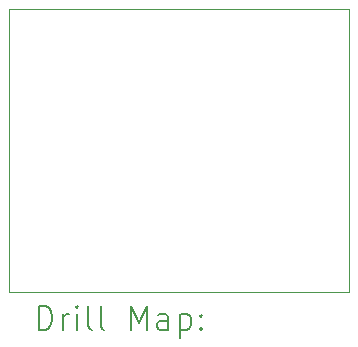
<source format=gbr>
%TF.GenerationSoftware,KiCad,Pcbnew,(6.0.10)*%
%TF.CreationDate,2023-01-21T10:24:11+01:00*%
%TF.ProjectId,MS 5V for Powr Bus,4d532035-5620-4666-9f72-20506f777220,rev?*%
%TF.SameCoordinates,Original*%
%TF.FileFunction,Drillmap*%
%TF.FilePolarity,Positive*%
%FSLAX45Y45*%
G04 Gerber Fmt 4.5, Leading zero omitted, Abs format (unit mm)*
G04 Created by KiCad (PCBNEW (6.0.10)) date 2023-01-21 10:24:11*
%MOMM*%
%LPD*%
G01*
G04 APERTURE LIST*
%ADD10C,0.100000*%
%ADD11C,0.200000*%
G04 APERTURE END LIST*
D10*
X17850000Y-9900000D02*
X14975000Y-9900000D01*
X14975000Y-9900000D02*
X14975000Y-7500000D01*
X17850000Y-7500000D02*
X17850000Y-9900000D01*
X14975000Y-7500000D02*
X17850000Y-7500000D01*
D11*
X15227619Y-10215476D02*
X15227619Y-10015476D01*
X15275238Y-10015476D01*
X15303809Y-10025000D01*
X15322857Y-10044048D01*
X15332381Y-10063095D01*
X15341905Y-10101190D01*
X15341905Y-10129762D01*
X15332381Y-10167857D01*
X15322857Y-10186905D01*
X15303809Y-10205952D01*
X15275238Y-10215476D01*
X15227619Y-10215476D01*
X15427619Y-10215476D02*
X15427619Y-10082143D01*
X15427619Y-10120238D02*
X15437143Y-10101190D01*
X15446667Y-10091667D01*
X15465714Y-10082143D01*
X15484762Y-10082143D01*
X15551428Y-10215476D02*
X15551428Y-10082143D01*
X15551428Y-10015476D02*
X15541905Y-10025000D01*
X15551428Y-10034524D01*
X15560952Y-10025000D01*
X15551428Y-10015476D01*
X15551428Y-10034524D01*
X15675238Y-10215476D02*
X15656190Y-10205952D01*
X15646667Y-10186905D01*
X15646667Y-10015476D01*
X15780000Y-10215476D02*
X15760952Y-10205952D01*
X15751428Y-10186905D01*
X15751428Y-10015476D01*
X16008571Y-10215476D02*
X16008571Y-10015476D01*
X16075238Y-10158333D01*
X16141905Y-10015476D01*
X16141905Y-10215476D01*
X16322857Y-10215476D02*
X16322857Y-10110714D01*
X16313333Y-10091667D01*
X16294286Y-10082143D01*
X16256190Y-10082143D01*
X16237143Y-10091667D01*
X16322857Y-10205952D02*
X16303809Y-10215476D01*
X16256190Y-10215476D01*
X16237143Y-10205952D01*
X16227619Y-10186905D01*
X16227619Y-10167857D01*
X16237143Y-10148810D01*
X16256190Y-10139286D01*
X16303809Y-10139286D01*
X16322857Y-10129762D01*
X16418095Y-10082143D02*
X16418095Y-10282143D01*
X16418095Y-10091667D02*
X16437143Y-10082143D01*
X16475238Y-10082143D01*
X16494286Y-10091667D01*
X16503809Y-10101190D01*
X16513333Y-10120238D01*
X16513333Y-10177381D01*
X16503809Y-10196429D01*
X16494286Y-10205952D01*
X16475238Y-10215476D01*
X16437143Y-10215476D01*
X16418095Y-10205952D01*
X16599048Y-10196429D02*
X16608571Y-10205952D01*
X16599048Y-10215476D01*
X16589524Y-10205952D01*
X16599048Y-10196429D01*
X16599048Y-10215476D01*
X16599048Y-10091667D02*
X16608571Y-10101190D01*
X16599048Y-10110714D01*
X16589524Y-10101190D01*
X16599048Y-10091667D01*
X16599048Y-10110714D01*
M02*

</source>
